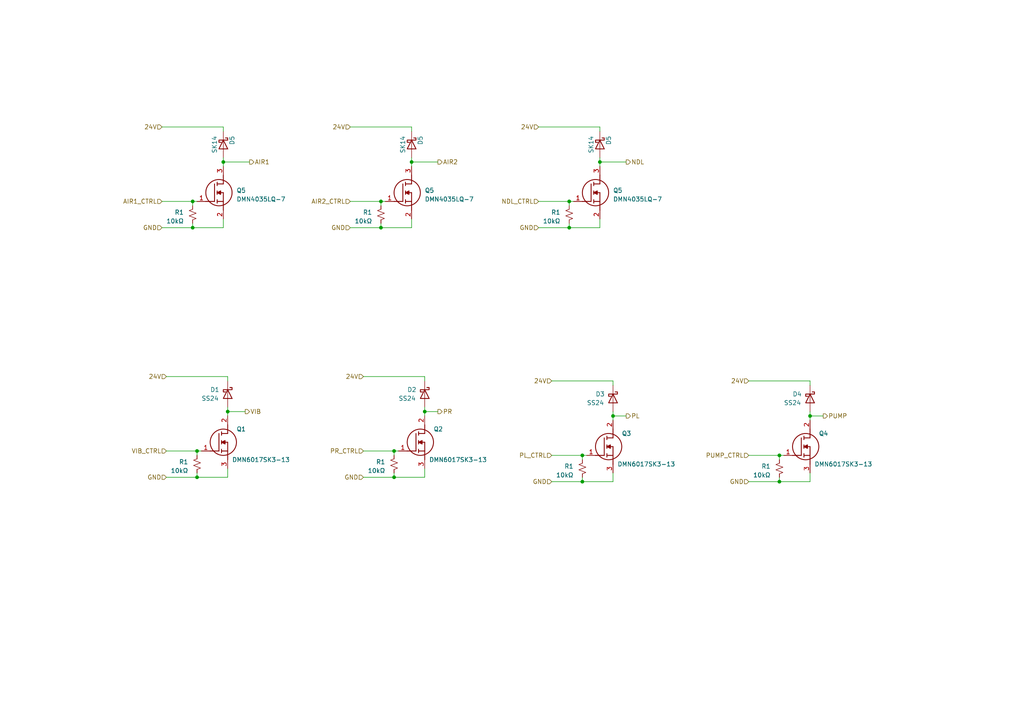
<source format=kicad_sch>
(kicad_sch (version 20230121) (generator eeschema)
  (paper "A4")
  (lib_symbols
    (symbol "1_b7parts:DMN4035LQ-7" (pin_names hide)
      (property "Reference" "Q" (at 11.43 3.81 0))
      (property "Value" "DMN4035LQ-7" (at 11.43 1.27 0))
      (symbol "DMN4035LQ-7_1_1"
        (polyline (pts (xy 2.54 0) (xy 5.08 0)) (stroke (width 0.254)))
        (polyline (pts (xy 5.08 5.08) (xy 5.08 0)) (stroke (width 0.254)))
        (polyline (pts (xy 5.842 -0.508) (xy 5.842 0.508)) (stroke (width 0.254)))
        (polyline (pts (xy 5.842 0) (xy 7.62 0)) (stroke (width 0.254)))
        (polyline (pts (xy 5.842 2.032) (xy 5.842 3.048)) (stroke (width 0.254)))
        (polyline (pts (xy 5.842 5.588) (xy 5.842 4.572)) (stroke (width 0.254)))
        (polyline (pts (xy 7.62 2.54) (xy 5.842 2.54)) (stroke (width 0.254)))
        (polyline (pts (xy 7.62 2.54) (xy 7.62 -2.54)) (stroke (width 0.254)))
        (polyline (pts (xy 7.62 5.08) (xy 5.842 5.08)) (stroke (width 0.254)))
        (polyline (pts (xy 7.62 5.08) (xy 7.62 7.62)) (stroke (width 0.254)))
        (polyline (pts (xy 5.842 2.54) (xy 6.858 3.048) (xy 6.858 2.032) (xy 5.842 2.54)) (stroke (width 0.254)) (fill (type outline)))
        (circle (center 6.35 2.54) (radius 3.81) (stroke (width 0.254)))
        (pin passive line (at 0 0 0) (length 2.54) (name "G") (number "1"))
        (pin passive line (at 7.62 -5.08 90) (length 2.54) (name "S") (number "2"))
        (pin passive line (at 7.62 10.16 270) (length 2.54) (name "D") (number "3"))
      )
    )
    (symbol "1_b7parts:DMN6017SK3-13" (pin_names hide)
      (property "Reference" "Q" (at 11.43 3.81 0))
      (property "Value" "DMN6017SK3-13" (at 11.43 1.27 0))
      (symbol "DMN6017SK3-13_1_1"
        (polyline (pts (xy 2.54 0) (xy 5.08 0)) (stroke (width 0.254)))
        (polyline (pts (xy 5.08 5.08) (xy 5.08 0)) (stroke (width 0.254)))
        (polyline (pts (xy 5.842 -0.508) (xy 5.842 0.508)) (stroke (width 0.254)))
        (polyline (pts (xy 5.842 0) (xy 7.62 0)) (stroke (width 0.254)))
        (polyline (pts (xy 5.842 2.032) (xy 5.842 3.048)) (stroke (width 0.254)))
        (polyline (pts (xy 5.842 5.588) (xy 5.842 4.572)) (stroke (width 0.254)))
        (polyline (pts (xy 7.62 2.54) (xy 5.842 2.54)) (stroke (width 0.254)))
        (polyline (pts (xy 7.62 2.54) (xy 7.62 -2.54)) (stroke (width 0.254)))
        (polyline (pts (xy 7.62 5.08) (xy 5.842 5.08)) (stroke (width 0.254)))
        (polyline (pts (xy 7.62 5.08) (xy 7.62 7.62)) (stroke (width 0.254)))
        (polyline (pts (xy 5.842 2.54) (xy 6.858 3.048) (xy 6.858 2.032) (xy 5.842 2.54)) (stroke (width 0.254)) (fill (type outline)))
        (circle (center 6.35 2.54) (radius 3.81) (stroke (width 0.254)))
        (pin passive line (at 0 0 0) (length 2.54) (name "G") (number "1"))
        (pin passive line (at 7.62 10.16 270) (length 2.54) (name "D") (number "2"))
        (pin passive line (at 7.62 -5.08 90) (length 2.54) (name "S") (number "3"))
      )
    )
    (symbol "Device:D_Schottky" (pin_numbers hide) (pin_names (offset 1.016) hide)
      (property "Reference" "D" (at 0 2.54 0))
      (property "Value" "D_Schottky" (at 0 -2.54 0))
      (symbol "D_Schottky_0_1"
        (polyline (pts (xy 1.27 0) (xy -1.27 0)))
        (polyline (pts (xy 1.27 1.27) (xy 1.27 -1.27) (xy -1.27 0) (xy 1.27 1.27)) (stroke (width 0.254)))
        (polyline (pts (xy -1.905 0.635) (xy -1.905 1.27) (xy -1.27 1.27) (xy -1.27 -1.27) (xy -0.635 -1.27) (xy -0.635 -0.635)) (stroke (width 0.254)))
      )
      (symbol "D_Schottky_1_1"
        (pin passive line (at -3.81 0 0) (length 2.54) (name "K") (number "1"))
        (pin passive line (at 3.81 0 180) (length 2.54) (name "A") (number "2"))
      )
    )
    (symbol "Device:R_Small_US" (pin_numbers hide) (pin_names (offset 0.254) hide)
      (property "Reference" "R" (at 0.762 0.508 0))
      (property "Value" "R_Small_US" (at 0.762 -1.016 0))
      (symbol "R_Small_US_1_1"
        (polyline (pts (xy 0 0) (xy 1.016 -0.381) (xy 0 -0.762) (xy -1.016 -1.143) (xy 0 -1.524)))
        (polyline (pts (xy 0 1.524) (xy 1.016 1.143) (xy 0 0.762) (xy -1.016 0.381) (xy 0 0)))
        (pin passive line (at 0 2.54 270) (length 1.016) (name "~") (number "1"))
        (pin passive line (at 0 -2.54 90) (length 1.016) (name "~") (number "2"))
      )
    )
  )
  (junction (at 55.88 58.42))
  (junction (at 226.06 132.08))
  (junction (at 165.1 58.42))
  (junction (at 234.95 120.65))
  (junction (at 165.1 66.04))
  (junction (at 168.91 139.7))
  (junction (at 177.8 120.65))
  (junction (at 110.49 58.42))
  (junction (at 110.49 66.04))
  (junction (at 64.77 46.99))
  (junction (at 57.15 130.81))
  (junction (at 66.04 119.38))
  (junction (at 114.3 130.81))
  (junction (at 55.88 66.04))
  (junction (at 226.06 139.7))
  (junction (at 119.38 46.99))
  (junction (at 173.99 46.99))
  (junction (at 168.91 132.08))
  (junction (at 114.3 138.43))
  (junction (at 57.15 138.43))
  (junction (at 123.19 119.38))
  (wire (pts (xy 165.1 66.04) (xy 173.99 66.04)))
  (wire (pts (xy 119.38 66.04) (xy 119.38 63.5)))
  (wire (pts (xy 165.1 64.77) (xy 165.1 66.04)))
  (wire (pts (xy 217.17 132.08) (xy 226.06 132.08)))
  (wire (pts (xy 66.04 109.22) (xy 66.04 110.49)))
  (wire (pts (xy 114.3 138.43) (xy 123.19 138.43)))
  (wire (pts (xy 46.99 58.42) (xy 55.88 58.42)))
  (wire (pts (xy 114.3 132.08) (xy 114.3 130.81)))
  (wire (pts (xy 57.15 138.43) (xy 66.04 138.43)))
  (wire (pts (xy 110.49 58.42) (xy 111.76 58.42)))
  (wire (pts (xy 66.04 119.38) (xy 66.04 120.65)))
  (wire (pts (xy 123.19 119.38) (xy 123.19 120.65)))
  (wire (pts (xy 173.99 66.04) (xy 173.99 63.5)))
  (wire (pts (xy 234.95 119.38) (xy 234.95 120.65)))
  (wire (pts (xy 66.04 118.11) (xy 66.04 119.38)))
  (wire (pts (xy 66.04 138.43) (xy 66.04 135.89)))
  (wire (pts (xy 64.77 45.72) (xy 64.77 46.99)))
  (wire (pts (xy 110.49 66.04) (xy 119.38 66.04)))
  (wire (pts (xy 177.8 119.38) (xy 177.8 120.65)))
  (wire (pts (xy 123.19 138.43) (xy 123.19 135.89)))
  (wire (pts (xy 57.15 137.16) (xy 57.15 138.43)))
  (wire (pts (xy 165.1 59.69) (xy 165.1 58.42)))
  (wire (pts (xy 123.19 118.11) (xy 123.19 119.38)))
  (wire (pts (xy 238.76 120.65) (xy 234.95 120.65)))
  (wire (pts (xy 101.6 58.42) (xy 110.49 58.42)))
  (wire (pts (xy 173.99 46.99) (xy 173.99 48.26)))
  (wire (pts (xy 168.91 133.35) (xy 168.91 132.08)))
  (wire (pts (xy 55.88 59.69) (xy 55.88 58.42)))
  (wire (pts (xy 57.15 132.08) (xy 57.15 130.81)))
  (wire (pts (xy 46.99 36.83) (xy 64.77 36.83)))
  (wire (pts (xy 119.38 45.72) (xy 119.38 46.99)))
  (wire (pts (xy 101.6 36.83) (xy 119.38 36.83)))
  (wire (pts (xy 234.95 139.7) (xy 234.95 137.16)))
  (wire (pts (xy 217.17 139.7) (xy 226.06 139.7)))
  (wire (pts (xy 48.26 138.43) (xy 57.15 138.43)))
  (wire (pts (xy 101.6 66.04) (xy 110.49 66.04)))
  (wire (pts (xy 105.41 130.81) (xy 114.3 130.81)))
  (wire (pts (xy 55.88 64.77) (xy 55.88 66.04)))
  (wire (pts (xy 55.88 66.04) (xy 64.77 66.04)))
  (wire (pts (xy 46.99 66.04) (xy 55.88 66.04)))
  (wire (pts (xy 226.06 132.08) (xy 227.33 132.08)))
  (wire (pts (xy 48.26 109.22) (xy 66.04 109.22)))
  (wire (pts (xy 64.77 46.99) (xy 64.77 48.26)))
  (wire (pts (xy 160.02 132.08) (xy 168.91 132.08)))
  (wire (pts (xy 173.99 45.72) (xy 173.99 46.99)))
  (wire (pts (xy 55.88 58.42) (xy 57.15 58.42)))
  (wire (pts (xy 160.02 110.49) (xy 177.8 110.49)))
  (wire (pts (xy 226.06 139.7) (xy 234.95 139.7)))
  (wire (pts (xy 168.91 138.43) (xy 168.91 139.7)))
  (wire (pts (xy 105.41 138.43) (xy 114.3 138.43)))
  (wire (pts (xy 64.77 46.99) (xy 72.39 46.99)))
  (wire (pts (xy 173.99 36.83) (xy 173.99 38.1)))
  (wire (pts (xy 160.02 139.7) (xy 168.91 139.7)))
  (wire (pts (xy 173.99 46.99) (xy 181.61 46.99)))
  (wire (pts (xy 105.41 109.22) (xy 123.19 109.22)))
  (wire (pts (xy 127 119.38) (xy 123.19 119.38)))
  (wire (pts (xy 168.91 139.7) (xy 177.8 139.7)))
  (wire (pts (xy 119.38 46.99) (xy 119.38 48.26)))
  (wire (pts (xy 177.8 110.49) (xy 177.8 111.76)))
  (wire (pts (xy 234.95 120.65) (xy 234.95 121.92)))
  (wire (pts (xy 177.8 139.7) (xy 177.8 137.16)))
  (wire (pts (xy 57.15 130.81) (xy 58.42 130.81)))
  (wire (pts (xy 156.21 58.42) (xy 165.1 58.42)))
  (wire (pts (xy 226.06 138.43) (xy 226.06 139.7)))
  (wire (pts (xy 156.21 36.83) (xy 173.99 36.83)))
  (wire (pts (xy 177.8 120.65) (xy 177.8 121.92)))
  (wire (pts (xy 226.06 133.35) (xy 226.06 132.08)))
  (wire (pts (xy 64.77 66.04) (xy 64.77 63.5)))
  (wire (pts (xy 165.1 58.42) (xy 166.37 58.42)))
  (wire (pts (xy 110.49 59.69) (xy 110.49 58.42)))
  (wire (pts (xy 114.3 130.81) (xy 115.57 130.81)))
  (wire (pts (xy 234.95 110.49) (xy 234.95 111.76)))
  (wire (pts (xy 64.77 36.83) (xy 64.77 38.1)))
  (wire (pts (xy 48.26 130.81) (xy 57.15 130.81)))
  (wire (pts (xy 168.91 132.08) (xy 170.18 132.08)))
  (wire (pts (xy 217.17 110.49) (xy 234.95 110.49)))
  (wire (pts (xy 119.38 36.83) (xy 119.38 38.1)))
  (wire (pts (xy 123.19 109.22) (xy 123.19 110.49)))
  (wire (pts (xy 156.21 66.04) (xy 165.1 66.04)))
  (wire (pts (xy 119.38 46.99) (xy 127 46.99)))
  (wire (pts (xy 71.12 119.38) (xy 66.04 119.38)))
  (wire (pts (xy 114.3 137.16) (xy 114.3 138.43)))
  (wire (pts (xy 110.49 64.77) (xy 110.49 66.04)))
  (wire (pts (xy 181.61 120.65) (xy 177.8 120.65)))
  (hierarchical_label "AIR1" (shape output) (at 72.39 46.99 0))
  (hierarchical_label "NDL_CTRL" (shape input) (at 156.21 58.42 180))
  (hierarchical_label "24V" (shape input) (at 105.41 109.22 180))
  (hierarchical_label "NDL" (shape output) (at 181.61 46.99 0))
  (hierarchical_label "AIR2" (shape output) (at 127 46.99 0))
  (hierarchical_label "24V" (shape input) (at 156.21 36.83 180))
  (hierarchical_label "VIB" (shape output) (at 71.12 119.38 0))
  (hierarchical_label "24V" (shape input) (at 101.6 36.83 180))
  (hierarchical_label "24V" (shape input) (at 48.26 109.22 180))
  (hierarchical_label "PUMP_CTRL" (shape input) (at 217.17 132.08 180))
  (hierarchical_label "PUMP" (shape output) (at 238.76 120.65 0))
  (hierarchical_label "GND" (shape input) (at 160.02 139.7 180))
  (hierarchical_label "GND" (shape input) (at 101.6 66.04 180))
  (hierarchical_label "GND" (shape input) (at 156.21 66.04 180))
  (hierarchical_label "AIR1_CTRL" (shape input) (at 46.99 58.42 180))
  (hierarchical_label "24V" (shape input) (at 160.02 110.49 180))
  (hierarchical_label "24V" (shape input) (at 46.99 36.83 180))
  (hierarchical_label "GND" (shape input) (at 48.26 138.43 180))
  (hierarchical_label "AIR2_CTRL" (shape input) (at 101.6 58.42 180))
  (hierarchical_label "GND" (shape input) (at 217.17 139.7 180))
  (hierarchical_label "GND" (shape input) (at 46.99 66.04 180))
  (hierarchical_label "GND" (shape input) (at 105.41 138.43 180))
  (hierarchical_label "PL_CTRL" (shape input) (at 160.02 132.08 180))
  (hierarchical_label "PL" (shape output) (at 181.61 120.65 0))
  (hierarchical_label "PR" (shape output) (at 127 119.38 0))
  (hierarchical_label "24V" (shape input) (at 217.17 110.49 180))
  (hierarchical_label "VIB_CTRL" (shape input) (at 48.26 130.81 180))
  (hierarchical_label "PR_CTRL" (shape input) (at 105.41 130.81 180))
  (symbol (lib_id "Device:R_Small_US") (at 168.91 135.89 0) (mirror y) (unit 1)
    (property "Reference" "R1" (at 166.37 135.255 0) (effects (justify left)))
    (property "Value" "10kΩ" (at 166.37 137.795 0) (effects (justify left)))
    (instances (project "openpnp-controller-1.0" (path "" (reference "R1") (unit 1)) (path "" (reference "R8") (unit 1)) (path "" (reference "R12") (unit 1)) (path "" (reference "R27") (unit 1)) (path "" (reference "R27") (unit 1))))
  )
  (symbol (lib_id "1_b7parts:DMN6017SK3-13") (at 170.18 132.08 0) (unit 1)
    (property "Reference" "Q3" (at 180.34 125.73 0) (effects (justify left)))
    (property "Value" "DMN6017SK3-13" (at 179.07 134.62 0) (effects (justify left)))
    (property "Footprint" "DMN6017SK313" (effects hide))
    (property "Datasheet" "https://www.diodes.com/assets/Datasheets/DMN6017SK3.pdf" (effects hide))
    (property "Height" "2.39" (effects hide))
    (property "Mouser Part Number" "621-DMN6017SK3-13" (effects hide))
    (property "Mouser Price/Stock" "https://www.mouser.co.uk/ProductDetail/Diodes-Incorporated/DMN6017SK3-13?qs=HXFqYaX1Q2zJvRF2a9oXVQ%3D%3D" (effects hide))
    (property "Manufacturer_Name" "Diodes Incorporated" (effects hide))
    (property "Manufacturer_Part_Number" "DMN6017SK3-13" (effects hide))
    (property "MPN" "DMN6017SK3-13" (effects hide))
  )
  (symbol (lib_id "1_b7parts:DMN6017SK3-13") (at 227.33 132.08 0) (unit 1)
    (property "Reference" "Q4" (at 237.49 125.73 0) (effects (justify left)))
    (property "Value" "DMN6017SK3-13" (at 236.22 134.62 0) (effects (justify left)))
    (property "Footprint" "DMN6017SK313" (effects hide))
    (property "Datasheet" "https://www.diodes.com/assets/Datasheets/DMN6017SK3.pdf" (effects hide))
    (property "Height" "2.39" (effects hide))
    (property "Mouser Part Number" "621-DMN6017SK3-13" (effects hide))
    (property "Mouser Price/Stock" "https://www.mouser.co.uk/ProductDetail/Diodes-Incorporated/DMN6017SK3-13?qs=HXFqYaX1Q2zJvRF2a9oXVQ%3D%3D" (effects hide))
    (property "Manufacturer_Name" "Diodes Incorporated" (effects hide))
    (property "Manufacturer_Part_Number" "DMN6017SK3-13" (effects hide))
    (property "MPN" "DMN6017SK3-13" (effects hide))
  )
  (symbol (lib_id "Device:R_Small_US") (at 57.15 134.62 0) (mirror y) (unit 1)
    (property "Reference" "R1" (at 54.61 133.985 0) (effects (justify left)))
    (property "Value" "10kΩ" (at 54.61 136.525 0) (effects (justify left)))
    (instances (project "openpnp-controller-1.0" (path "" (reference "R1") (unit 1)) (path "" (reference "R8") (unit 1)) (path "" (reference "R12") (unit 1)) (path "" (reference "R25") (unit 1)) (path "" (reference "R25") (unit 1))))
  )
  (symbol (lib_id "Device:D_Schottky") (at 119.38 41.91 270) (unit 1)
    (property "Reference" "D5" (at 121.92 39.37 0) (effects (justify left)))
    (property "Value" "SK14" (at 116.84 39.37 0) (effects (justify left)))
    (instances (project "openpnp-controller-1.0" (path "" (reference "D5") (unit 1)) (path "" (reference "D6") (unit 1))))
  )
  (symbol (lib_id "1_b7parts:DMN4035LQ-7") (at 57.15 58.42 0) (unit 1)
    (property "Reference" "Q5" (at 68.58 55.245 0) (effects (justify left)))
    (property "Value" "DMN4035LQ-7" (at 68.58 57.785 0) (effects (justify left)))
    (property "Footprint" "SOT96P240X110-3N" (effects hide))
    (property "Datasheet" "https://www.diodes.com/assets/Datasheets/DMN4035LQ.pdf" (effects hide))
    (property "Height" "1.1" (effects hide))
    (property "Mouser Part Number" "621-DMN4035LQ-7" (effects hide))
    (property "Mouser Price/Stock" "https://www.mouser.co.uk/ProductDetail/Diodes-Incorporated/DMN4035LQ-7?qs=EBDBlbfErPxRap3SjDUtkA%3D%3D" (effects hide))
    (property "Manufacturer_Name" "Diodes Incorporated" (effects hide))
    (property "Manufacturer_Part_Number" "DMN4035LQ-7" (effects hide))
    (property "MPN" "DMN4035LQ-7" (effects hide))
  )
  (symbol (lib_id "1_b7parts:DMN4035LQ-7") (at 111.76 58.42 0) (unit 1)
    (property "Reference" "Q5" (at 123.19 55.245 0) (effects (justify left)))
    (property "Value" "DMN4035LQ-7" (at 123.19 57.785 0) (effects (justify left)))
    (property "Footprint" "SOT96P240X110-3N" (effects hide))
    (property "Datasheet" "https://www.diodes.com/assets/Datasheets/DMN4035LQ.pdf" (effects hide))
    (property "Height" "1.1" (effects hide))
    (property "Mouser Part Number" "621-DMN4035LQ-7" (effects hide))
    (property "Mouser Price/Stock" "https://www.mouser.co.uk/ProductDetail/Diodes-Incorporated/DMN4035LQ-7?qs=EBDBlbfErPxRap3SjDUtkA%3D%3D" (effects hide))
    (property "Manufacturer_Name" "Diodes Incorporated" (effects hide))
    (property "Manufacturer_Part_Number" "DMN4035LQ-7" (effects hide))
    (property "MPN" "DMN4035LQ-7" (effects hide))
    (instances (project "openpnp-controller-1.0" (path "" (reference "Q5") (unit 1)) (path "" (reference "Q6") (unit 1))))
  )
  (symbol (lib_id "Device:D_Schottky") (at 177.8 115.57 270) (unit 1)
    (property "Reference" "D3" (at 172.72 114.3 90) (effects (justify left)))
    (property "Value" "SS24" (at 170.18 116.84 90) (effects (justify left)))
  )
  (symbol (lib_id "Device:R_Small_US") (at 110.49 62.23 0) (mirror y) (unit 1)
    (property "Reference" "R1" (at 107.95 61.595 0) (effects (justify left)))
    (property "Value" "10kΩ" (at 107.95 64.135 0) (effects (justify left)))
    (instances (project "openpnp-controller-1.0" (path "" (reference "R1") (unit 1)) (path "" (reference "R8") (unit 1)) (path "" (reference "R12") (unit 1)) (path "" (reference "R29") (unit 1)) (path "" (reference "R30") (unit 1))))
  )
  (symbol (lib_id "Device:D_Schottky") (at 173.99 41.91 270) (unit 1)
    (property "Reference" "D5" (at 176.53 39.37 0) (effects (justify left)))
    (property "Value" "SK14" (at 171.45 39.37 0) (effects (justify left)))
    (instances (project "openpnp-controller-1.0" (path "" (reference "D5") (unit 1)) (path "" (reference "D7") (unit 1))))
  )
  (symbol (lib_id "1_b7parts:DMN6017SK3-13") (at 115.57 130.81 0) (unit 1)
    (property "Reference" "Q2" (at 125.73 124.46 0) (effects (justify left)))
    (property "Value" "DMN6017SK3-13" (at 124.46 133.35 0) (effects (justify left)))
    (property "Footprint" "DMN6017SK313" (effects hide))
    (property "Datasheet" "https://www.diodes.com/assets/Datasheets/DMN6017SK3.pdf" (effects hide))
    (property "Height" "2.39" (effects hide))
    (property "Mouser Part Number" "621-DMN6017SK3-13" (effects hide))
    (property "Mouser Price/Stock" "https://www.mouser.co.uk/ProductDetail/Diodes-Incorporated/DMN6017SK3-13?qs=HXFqYaX1Q2zJvRF2a9oXVQ%3D%3D" (effects hide))
    (property "Manufacturer_Name" "Diodes Incorporated" (effects hide))
    (property "Manufacturer_Part_Number" "DMN6017SK3-13" (effects hide))
    (property "MPN" "DMN6017SK3-13" (effects hide))
  )
  (symbol (lib_id "Device:R_Small_US") (at 165.1 62.23 0) (mirror y) (unit 1)
    (property "Reference" "R1" (at 162.56 61.595 0) (effects (justify left)))
    (property "Value" "10kΩ" (at 162.56 64.135 0) (effects (justify left)))
    (instances (project "openpnp-controller-1.0" (path "" (reference "R1") (unit 1)) (path "" (reference "R8") (unit 1)) (path "" (reference "R12") (unit 1)) (path "" (reference "R29") (unit 1)) (path "" (reference "R31") (unit 1))))
  )
  (symbol (lib_id "Device:R_Small_US") (at 226.06 135.89 0) (mirror y) (unit 1)
    (property "Reference" "R1" (at 223.52 135.255 0) (effects (justify left)))
    (property "Value" "10kΩ" (at 223.52 137.795 0) (effects (justify left)))
    (instances (project "openpnp-controller-1.0" (path "" (reference "R1") (unit 1)) (path "" (reference "R8") (unit 1)) (path "" (reference "R12") (unit 1)) (path "" (reference "R28") (unit 1)) (path "" (reference "R28") (unit 1))))
  )
  (symbol (lib_id "Device:D_Schottky") (at 64.77 41.91 270) (unit 1)
    (property "Reference" "D5" (at 67.31 39.37 0) (effects (justify left)))
    (property "Value" "SK14" (at 62.23 39.37 0) (effects (justify left)))
  )
  (symbol (lib_id "Device:R_Small_US") (at 114.3 134.62 0) (mirror y) (unit 1)
    (property "Reference" "R1" (at 111.76 133.985 0) (effects (justify left)))
    (property "Value" "10kΩ" (at 111.76 136.525 0) (effects (justify left)))
    (instances (project "openpnp-controller-1.0" (path "" (reference "R1") (unit 1)) (path "" (reference "R8") (unit 1)) (path "" (reference "R12") (unit 1)) (path "" (reference "R26") (unit 1)) (path "" (reference "R26") (unit 1))))
  )
  (symbol (lib_id "Device:D_Schottky") (at 123.19 114.3 270) (unit 1)
    (property "Reference" "D2" (at 118.11 113.03 90) (effects (justify left)))
    (property "Value" "SS24" (at 115.57 115.57 90) (effects (justify left)))
  )
  (symbol (lib_id "1_b7parts:DMN4035LQ-7") (at 166.37 58.42 0) (unit 1)
    (property "Reference" "Q5" (at 177.8 55.245 0) (effects (justify left)))
    (property "Value" "DMN4035LQ-7" (at 177.8 57.785 0) (effects (justify left)))
    (property "Footprint" "SOT96P240X110-3N" (effects hide))
    (property "Datasheet" "https://www.diodes.com/assets/Datasheets/DMN4035LQ.pdf" (effects hide))
    (property "Height" "1.1" (effects hide))
    (property "Mouser Part Number" "621-DMN4035LQ-7" (effects hide))
    (property "Mouser Price/Stock" "https://www.mouser.co.uk/ProductDetail/Diodes-Incorporated/DMN4035LQ-7?qs=EBDBlbfErPxRap3SjDUtkA%3D%3D" (effects hide))
    (property "Manufacturer_Name" "Diodes Incorporated" (effects hide))
    (property "Manufacturer_Part_Number" "DMN4035LQ-7" (effects hide))
    (property "MPN" "DMN4035LQ-7" (effects hide))
    (instances (project "openpnp-controller-1.0" (path "" (reference "Q5") (unit 1)) (path "" (reference "Q7") (unit 1))))
  )
  (symbol (lib_id "Device:D_Schottky") (at 66.04 114.3 270) (unit 1)
    (property "Reference" "D1" (at 60.96 113.03 90) (effects (justify left)))
    (property "Value" "SS24" (at 58.42 115.57 90) (effects (justify left)))
  )
  (symbol (lib_id "Device:D_Schottky") (at 234.95 115.57 270) (unit 1)
    (property "Reference" "D4" (at 229.87 114.3 90) (effects (justify left)))
    (property "Value" "SS24" (at 227.33 116.84 90) (effects (justify left)))
  )
  (symbol (lib_id "1_b7parts:DMN6017SK3-13") (at 58.42 130.81 0) (unit 1)
    (property "Reference" "Q1" (at 68.58 124.46 0) (effects (justify left)))
    (property "Value" "DMN6017SK3-13" (at 67.31 133.35 0) (effects (justify left)))
    (property "Footprint" "DMN6017SK313" (effects hide))
    (property "Datasheet" "https://www.diodes.com/assets/Datasheets/DMN6017SK3.pdf" (effects hide))
    (property "Height" "2.39" (effects hide))
    (property "Mouser Part Number" "621-DMN6017SK3-13" (effects hide))
    (property "Mouser Price/Stock" "https://www.mouser.co.uk/ProductDetail/Diodes-Incorporated/DMN6017SK3-13?qs=HXFqYaX1Q2zJvRF2a9oXVQ%3D%3D" (effects hide))
    (property "Manufacturer_Name" "Diodes Incorporated" (effects hide))
    (property "Manufacturer_Part_Number" "DMN6017SK3-13" (effects hide))
    (property "MPN" "DMN6017SK3-13" (effects hide))
  )
  (symbol (lib_id "Device:R_Small_US") (at 55.88 62.23 0) (mirror y) (unit 1)
    (property "Reference" "R1" (at 53.34 61.595 0) (effects (justify left)))
    (property "Value" "10kΩ" (at 53.34 64.135 0) (effects (justify left)))
    (instances (project "openpnp-controller-1.0" (path "" (reference "R1") (unit 1)) (path "" (reference "R8") (unit 1)) (path "" (reference "R12") (unit 1)) (path "" (reference "R29") (unit 1)) (path "" (reference "R29") (unit 1))))
  )
)
</source>
